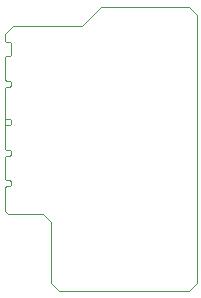
<source format=gbo>
G04 EAGLE Gerber X2 export*
G75*
%MOMM*%
%FSLAX34Y34*%
%LPD*%
%AMOC8*
5,1,8,0,0,1.08239X$1,22.5*%
G01*
%ADD10C,0.000000*%


D10*
X0Y-36000D02*
X3000Y-39000D01*
X32500Y-39000D01*
X39000Y-45500D01*
X39000Y-97500D01*
X45500Y-104000D01*
X156000Y-104000D01*
X162500Y-97500D01*
X162500Y130000D01*
X156000Y136500D01*
X81500Y136500D01*
X65500Y120500D01*
X7000Y120500D01*
X0Y113500D01*
X0Y107500D01*
X0Y94000D02*
X0Y75000D01*
X1000Y74000D01*
X4000Y74000D01*
X5000Y73000D01*
X5000Y70000D02*
X4000Y69000D01*
X1000Y69000D01*
X0Y68000D01*
X5000Y70000D02*
X5000Y73000D01*
X0Y68000D02*
X0Y42500D01*
X1000Y41500D01*
X4000Y41500D01*
X5000Y40500D01*
X5000Y37500D02*
X4000Y36500D01*
X1000Y36500D01*
X0Y35500D01*
X5000Y37500D02*
X5000Y40500D01*
X0Y42000D02*
X0Y35500D01*
X0Y16500D02*
X1000Y15500D01*
X4000Y15500D01*
X5000Y14500D01*
X5000Y11500D02*
X4000Y10500D01*
X1000Y10500D01*
X0Y9500D01*
X5000Y11500D02*
X5000Y14500D01*
X0Y-16500D02*
X0Y-36000D01*
X0Y-9500D02*
X0Y9500D01*
X0Y16500D02*
X0Y35500D01*
X0Y-9500D02*
X1000Y-10500D01*
X4000Y-10500D02*
X5000Y-11500D01*
X4000Y-10500D02*
X1000Y-10500D01*
X5000Y-11500D02*
X5000Y-14500D01*
X4000Y-15500D01*
X1000Y-15500D01*
X0Y-16500D01*
X1000Y106500D02*
X0Y107500D01*
X1000Y106500D02*
X4000Y106500D01*
X5000Y105500D01*
X5000Y96000D01*
X4000Y95000D01*
X1000Y95000D01*
X0Y94000D01*
M02*

</source>
